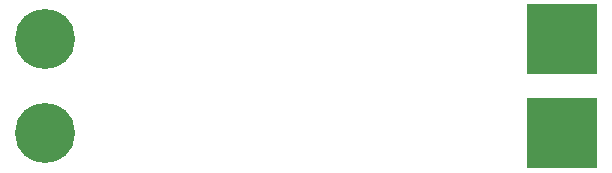
<source format=gbr>
G04 EAGLE Gerber RS-274X export*
G75*
%MOMM*%
%FSLAX34Y34*%
%LPD*%
%INSoldermask Top*%
%IPPOS*%
%AMOC8*
5,1,8,0,0,1.08239X$1,22.5*%
G01*
%ADD10R,6.000000X6.000000*%
%ADD11C,5.094200*%
%ADD12C,4.519200*%


D10*
X-21000Y0D03*
X-21000Y-80000D03*
D11*
X-459010Y0D03*
D12*
X-25500Y0D03*
D11*
X-459010Y-80000D03*
D12*
X-25500Y-80000D03*
M02*

</source>
